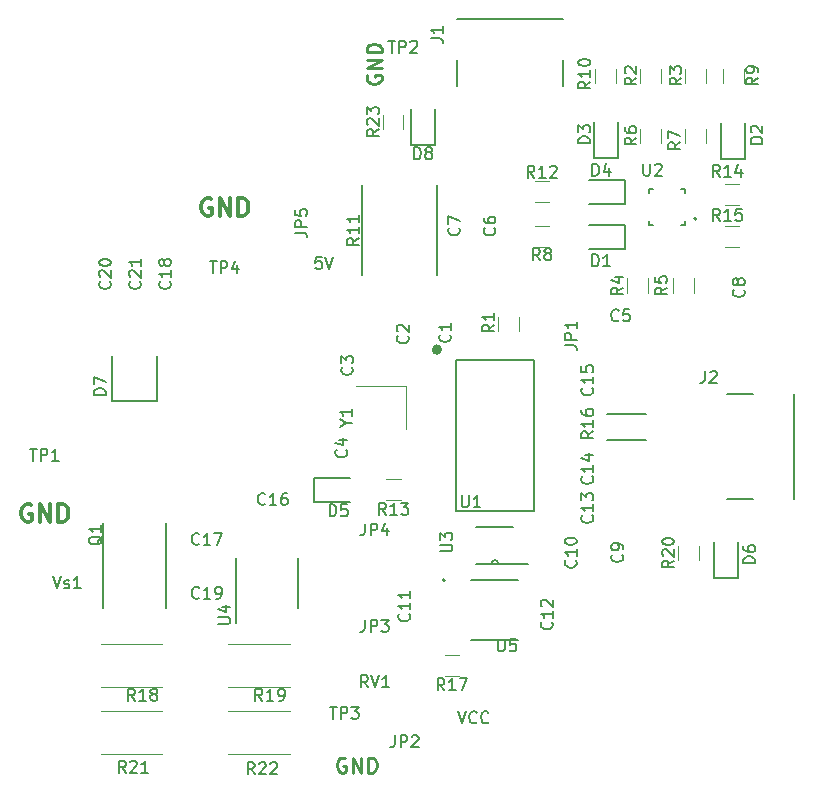
<source format=gbr>
G04 #@! TF.GenerationSoftware,KiCad,Pcbnew,(5.0.0)*
G04 #@! TF.CreationDate,2020-04-23T16:31:10-04:00*
G04 #@! TF.ProjectId,Lighting,4C69676874696E672E6B696361645F70,1*
G04 #@! TF.SameCoordinates,Original*
G04 #@! TF.FileFunction,Legend,Top*
G04 #@! TF.FilePolarity,Positive*
%FSLAX46Y46*%
G04 Gerber Fmt 4.6, Leading zero omitted, Abs format (unit mm)*
G04 Created by KiCad (PCBNEW (5.0.0)) date 04/23/20 16:31:10*
%MOMM*%
%LPD*%
G01*
G04 APERTURE LIST*
%ADD10C,0.254000*%
%ADD11C,0.300000*%
%ADD12C,0.180000*%
%ADD13C,0.150000*%
%ADD14C,0.120000*%
%ADD15C,0.152400*%
%ADD16C,0.127000*%
%ADD17C,0.200000*%
%ADD18C,0.160000*%
G04 APERTURE END LIST*
D10*
X233045000Y-64975619D02*
X232984523Y-65096571D01*
X232984523Y-65278000D01*
X233045000Y-65459428D01*
X233165952Y-65580380D01*
X233286904Y-65640857D01*
X233528809Y-65701333D01*
X233710238Y-65701333D01*
X233952142Y-65640857D01*
X234073095Y-65580380D01*
X234194047Y-65459428D01*
X234254523Y-65278000D01*
X234254523Y-65157047D01*
X234194047Y-64975619D01*
X234133571Y-64915142D01*
X233710238Y-64915142D01*
X233710238Y-65157047D01*
X234254523Y-64370857D02*
X232984523Y-64370857D01*
X234254523Y-63645142D01*
X232984523Y-63645142D01*
X234254523Y-63040380D02*
X232984523Y-63040380D01*
X232984523Y-62738000D01*
X233045000Y-62556571D01*
X233165952Y-62435619D01*
X233286904Y-62375142D01*
X233528809Y-62314666D01*
X233710238Y-62314666D01*
X233952142Y-62375142D01*
X234073095Y-62435619D01*
X234194047Y-62556571D01*
X234254523Y-62738000D01*
X234254523Y-63040380D01*
D11*
X204597142Y-101358000D02*
X204454285Y-101286571D01*
X204240000Y-101286571D01*
X204025714Y-101358000D01*
X203882857Y-101500857D01*
X203811428Y-101643714D01*
X203740000Y-101929428D01*
X203740000Y-102143714D01*
X203811428Y-102429428D01*
X203882857Y-102572285D01*
X204025714Y-102715142D01*
X204240000Y-102786571D01*
X204382857Y-102786571D01*
X204597142Y-102715142D01*
X204668571Y-102643714D01*
X204668571Y-102143714D01*
X204382857Y-102143714D01*
X205311428Y-102786571D02*
X205311428Y-101286571D01*
X206168571Y-102786571D01*
X206168571Y-101286571D01*
X206882857Y-102786571D02*
X206882857Y-101286571D01*
X207240000Y-101286571D01*
X207454285Y-101358000D01*
X207597142Y-101500857D01*
X207668571Y-101643714D01*
X207740000Y-101929428D01*
X207740000Y-102143714D01*
X207668571Y-102429428D01*
X207597142Y-102572285D01*
X207454285Y-102715142D01*
X207240000Y-102786571D01*
X206882857Y-102786571D01*
D10*
X231188380Y-122809000D02*
X231067428Y-122748523D01*
X230886000Y-122748523D01*
X230704571Y-122809000D01*
X230583619Y-122929952D01*
X230523142Y-123050904D01*
X230462666Y-123292809D01*
X230462666Y-123474238D01*
X230523142Y-123716142D01*
X230583619Y-123837095D01*
X230704571Y-123958047D01*
X230886000Y-124018523D01*
X231006952Y-124018523D01*
X231188380Y-123958047D01*
X231248857Y-123897571D01*
X231248857Y-123474238D01*
X231006952Y-123474238D01*
X231793142Y-124018523D02*
X231793142Y-122748523D01*
X232518857Y-124018523D01*
X232518857Y-122748523D01*
X233123619Y-124018523D02*
X233123619Y-122748523D01*
X233426000Y-122748523D01*
X233607428Y-122809000D01*
X233728380Y-122929952D01*
X233788857Y-123050904D01*
X233849333Y-123292809D01*
X233849333Y-123474238D01*
X233788857Y-123716142D01*
X233728380Y-123837095D01*
X233607428Y-123958047D01*
X233426000Y-124018523D01*
X233123619Y-124018523D01*
D11*
X219837142Y-75450000D02*
X219694285Y-75378571D01*
X219480000Y-75378571D01*
X219265714Y-75450000D01*
X219122857Y-75592857D01*
X219051428Y-75735714D01*
X218980000Y-76021428D01*
X218980000Y-76235714D01*
X219051428Y-76521428D01*
X219122857Y-76664285D01*
X219265714Y-76807142D01*
X219480000Y-76878571D01*
X219622857Y-76878571D01*
X219837142Y-76807142D01*
X219908571Y-76735714D01*
X219908571Y-76235714D01*
X219622857Y-76235714D01*
X220551428Y-76878571D02*
X220551428Y-75378571D01*
X221408571Y-76878571D01*
X221408571Y-75378571D01*
X222122857Y-76878571D02*
X222122857Y-75378571D01*
X222480000Y-75378571D01*
X222694285Y-75450000D01*
X222837142Y-75592857D01*
X222908571Y-75735714D01*
X222980000Y-76021428D01*
X222980000Y-76235714D01*
X222908571Y-76521428D01*
X222837142Y-76664285D01*
X222694285Y-76807142D01*
X222480000Y-76878571D01*
X222122857Y-76878571D01*
D12*
X240728666Y-118832380D02*
X241062000Y-119832380D01*
X241395333Y-118832380D01*
X242300095Y-119737142D02*
X242252476Y-119784761D01*
X242109619Y-119832380D01*
X242014380Y-119832380D01*
X241871523Y-119784761D01*
X241776285Y-119689523D01*
X241728666Y-119594285D01*
X241681047Y-119403809D01*
X241681047Y-119260952D01*
X241728666Y-119070476D01*
X241776285Y-118975238D01*
X241871523Y-118880000D01*
X242014380Y-118832380D01*
X242109619Y-118832380D01*
X242252476Y-118880000D01*
X242300095Y-118927619D01*
X243300095Y-119737142D02*
X243252476Y-119784761D01*
X243109619Y-119832380D01*
X243014380Y-119832380D01*
X242871523Y-119784761D01*
X242776285Y-119689523D01*
X242728666Y-119594285D01*
X242681047Y-119403809D01*
X242681047Y-119260952D01*
X242728666Y-119070476D01*
X242776285Y-118975238D01*
X242871523Y-118880000D01*
X243014380Y-118832380D01*
X243109619Y-118832380D01*
X243252476Y-118880000D01*
X243300095Y-118927619D01*
X229171523Y-80351380D02*
X228695333Y-80351380D01*
X228647714Y-80827571D01*
X228695333Y-80779952D01*
X228790571Y-80732333D01*
X229028666Y-80732333D01*
X229123904Y-80779952D01*
X229171523Y-80827571D01*
X229219142Y-80922809D01*
X229219142Y-81160904D01*
X229171523Y-81256142D01*
X229123904Y-81303761D01*
X229028666Y-81351380D01*
X228790571Y-81351380D01*
X228695333Y-81303761D01*
X228647714Y-81256142D01*
X229504857Y-80351380D02*
X229838190Y-81351380D01*
X230171523Y-80351380D01*
D13*
G04 #@! TO.C,D5*
X228566000Y-99060000D02*
X231614000Y-99060000D01*
X228566000Y-101092000D02*
X231614000Y-101092000D01*
X228566000Y-99060000D02*
X228566000Y-101092000D01*
G04 #@! TO.C,D6*
X262436017Y-107574488D02*
X262436017Y-104526488D01*
X264468017Y-107574488D02*
X264468017Y-104526488D01*
X262436017Y-107574488D02*
X264468017Y-107574488D01*
G04 #@! TO.C,D7*
X215265000Y-92583000D02*
X215265000Y-88773000D01*
X211455000Y-92583000D02*
X215265000Y-92583000D01*
X211455000Y-88773000D02*
X211455000Y-92583000D01*
G04 #@! TO.C,D8*
X236742967Y-70886171D02*
X236742967Y-67838171D01*
X238774967Y-70886171D02*
X238774967Y-67838171D01*
X236742967Y-70886171D02*
X238774967Y-70886171D01*
G04 #@! TO.C,Q1*
X216027000Y-102870000D02*
X216027000Y-110109000D01*
X210693000Y-102870000D02*
X210693000Y-110109000D01*
D14*
G04 #@! TO.C,R1*
X244103000Y-86645000D02*
X244103000Y-85445000D01*
X245863000Y-85445000D02*
X245863000Y-86645000D01*
G04 #@! TO.C,R2*
X256154920Y-65605640D02*
X256154920Y-64405640D01*
X257914920Y-64405640D02*
X257914920Y-65605640D01*
G04 #@! TO.C,R3*
X259964920Y-65605640D02*
X259964920Y-64405640D01*
X261724920Y-64405640D02*
X261724920Y-65605640D01*
G04 #@! TO.C,R4*
X255011920Y-83380640D02*
X255011920Y-82180640D01*
X256771920Y-82180640D02*
X256771920Y-83380640D01*
G04 #@! TO.C,R5*
X260722000Y-82180640D02*
X260722000Y-83380640D01*
X258962000Y-83380640D02*
X258962000Y-82180640D01*
G04 #@! TO.C,R6*
X256154920Y-70685640D02*
X256154920Y-69485640D01*
X257914920Y-69485640D02*
X257914920Y-70685640D01*
G04 #@! TO.C,R7*
X261724920Y-69546640D02*
X261724920Y-70746640D01*
X259964920Y-70746640D02*
X259964920Y-69546640D01*
G04 #@! TO.C,R13*
X235865000Y-100956000D02*
X234665000Y-100956000D01*
X234665000Y-99196000D02*
X235865000Y-99196000D01*
G04 #@! TO.C,R17*
X240818000Y-115815000D02*
X239618000Y-115815000D01*
X239618000Y-114055000D02*
X240818000Y-114055000D01*
G04 #@! TO.C,R18*
X215675090Y-116769116D02*
X210475090Y-116769116D01*
X210475090Y-113129116D02*
X215675090Y-113129116D01*
G04 #@! TO.C,R19*
X226490000Y-116755000D02*
X221290000Y-116755000D01*
X221290000Y-113115000D02*
X226490000Y-113115000D01*
G04 #@! TO.C,R20*
X259343000Y-106015488D02*
X259343000Y-104815488D01*
X261103000Y-104815488D02*
X261103000Y-106015488D01*
G04 #@! TO.C,R21*
X215675090Y-122470000D02*
X210475090Y-122470000D01*
X210475090Y-118830000D02*
X215675090Y-118830000D01*
G04 #@! TO.C,R22*
X226490000Y-122470000D02*
X221290000Y-122470000D01*
X221290000Y-118830000D02*
X226490000Y-118830000D01*
G04 #@! TO.C,R23*
X234338967Y-69520171D02*
X234338967Y-68320171D01*
X236098967Y-68320171D02*
X236098967Y-69520171D01*
G04 #@! TO.C,Y1*
X236288000Y-94932000D02*
X236288000Y-91277000D01*
X236288000Y-91277000D02*
X232088000Y-91277000D01*
D15*
G04 #@! TO.C,U4*
X221907100Y-105829100D02*
X221907100Y-111379000D01*
X227164900Y-110070900D02*
X227164900Y-105829100D01*
D16*
G04 #@! TO.C,J2*
X265730000Y-91923000D02*
X263530000Y-91923000D01*
X265730000Y-100863000D02*
X263530000Y-100863000D01*
X269200000Y-100863000D02*
X269200000Y-91923000D01*
G04 #@! TO.C,J1*
X249580000Y-60238000D02*
X240640000Y-60238000D01*
X249580000Y-63708000D02*
X249580000Y-65908000D01*
X240640000Y-63708000D02*
X240640000Y-65908000D01*
G04 #@! TO.C,R11*
X232562400Y-81915000D02*
X232562400Y-74295000D01*
X238912400Y-81915000D02*
X238912400Y-74295000D01*
G04 #@! TO.C,R16*
X253362000Y-95832000D02*
X256622000Y-95832000D01*
X253362000Y-93652000D02*
X256622000Y-93652000D01*
D13*
G04 #@! TO.C,D1*
X254841920Y-79671640D02*
X254841920Y-77639640D01*
X254841920Y-77639640D02*
X251793920Y-77639640D01*
X254841920Y-79671640D02*
X251793920Y-79671640D01*
G04 #@! TO.C,D2*
X263003920Y-72051640D02*
X263003920Y-69003640D01*
X265035920Y-72051640D02*
X265035920Y-69003640D01*
X263003920Y-72051640D02*
X265035920Y-72051640D01*
G04 #@! TO.C,D3*
X252208920Y-72017640D02*
X254240920Y-72017640D01*
X254240920Y-72017640D02*
X254240920Y-68969640D01*
X252208920Y-72017640D02*
X252208920Y-68969640D01*
G04 #@! TO.C,D4*
X254841920Y-75861640D02*
X251793920Y-75861640D01*
X254841920Y-73829640D02*
X251793920Y-73829640D01*
X254841920Y-75861640D02*
X254841920Y-73829640D01*
D14*
G04 #@! TO.C,R8*
X248429920Y-79535640D02*
X247229920Y-79535640D01*
X247229920Y-77775640D02*
X248429920Y-77775640D01*
G04 #@! TO.C,R9*
X264899920Y-64405640D02*
X264899920Y-65605640D01*
X263139920Y-65605640D02*
X263139920Y-64405640D01*
G04 #@! TO.C,R10*
X252344920Y-65605640D02*
X252344920Y-64405640D01*
X254104920Y-64405640D02*
X254104920Y-65605640D01*
G04 #@! TO.C,R12*
X247229920Y-73965640D02*
X248429920Y-73965640D01*
X248429920Y-75725640D02*
X247229920Y-75725640D01*
G04 #@! TO.C,R14*
X263292920Y-74177000D02*
X264492920Y-74177000D01*
X264492920Y-75937000D02*
X263292920Y-75937000D01*
G04 #@! TO.C,R15*
X264492920Y-79535640D02*
X263292920Y-79535640D01*
X263292920Y-77775640D02*
X264492920Y-77775640D01*
D16*
G04 #@! TO.C,U2*
X259931920Y-77315640D02*
X259931920Y-77615640D01*
X259931920Y-77615640D02*
X259631920Y-77615640D01*
X257231920Y-77615640D02*
X256931920Y-77615640D01*
X256931920Y-77615640D02*
X256931920Y-77315640D01*
X256931920Y-74915640D02*
X256931920Y-74615640D01*
X256931920Y-74615640D02*
X257231920Y-74615640D01*
X259631920Y-74615640D02*
X259931920Y-74615640D01*
X259931920Y-74615640D02*
X259931920Y-74915640D01*
D17*
X260931920Y-77115640D02*
G75*
G03X260931920Y-77115640I-100000J0D01*
G01*
D15*
G04 #@! TO.C,U3*
X245389400Y-103225600D02*
X242290600Y-103225600D01*
X242290600Y-106324400D02*
X243535200Y-106324400D01*
X243535200Y-106324400D02*
X244144800Y-106324400D01*
X244144800Y-106324400D02*
X246634000Y-106324400D01*
X243535200Y-106324400D02*
G75*
G02X244144800Y-106324400I304800J0D01*
G01*
D17*
G04 #@! TO.C,U5*
X239625000Y-107721000D02*
G75*
G03X239625000Y-107721000I-100000J0D01*
G01*
D16*
X241840000Y-107706000D02*
X245840000Y-107706000D01*
X241840000Y-112766000D02*
X245840000Y-112766000D01*
G04 #@! TO.C,U1*
X240515000Y-89104000D02*
X247165000Y-89104000D01*
X247165000Y-89104000D02*
X247165000Y-101904000D01*
X247165000Y-101904000D02*
X240515000Y-101904000D01*
X240515000Y-101904000D02*
X240515000Y-89104000D01*
X239300553Y-88196000D02*
G75*
G03X239300553Y-88196000I-360553J0D01*
G01*
X239222841Y-88196000D02*
G75*
G03X239222841Y-88196000I-282841J0D01*
G01*
X239240000Y-88196000D02*
G75*
G03X239240000Y-88196000I-200000J0D01*
G01*
X239163606Y-88196000D02*
G75*
G03X239163606Y-88196000I-223606J0D01*
G01*
X239140000Y-88196000D02*
G75*
G03X239140000Y-88196000I-100000J0D01*
G01*
X239140000Y-88296000D02*
G75*
G03X239140000Y-88296000I-100000J0D01*
G01*
G04 #@! TO.C,C12*
D18*
X248642142Y-111273857D02*
X248689761Y-111321476D01*
X248737380Y-111464333D01*
X248737380Y-111559571D01*
X248689761Y-111702428D01*
X248594523Y-111797666D01*
X248499285Y-111845285D01*
X248308809Y-111892904D01*
X248165952Y-111892904D01*
X247975476Y-111845285D01*
X247880238Y-111797666D01*
X247785000Y-111702428D01*
X247737380Y-111559571D01*
X247737380Y-111464333D01*
X247785000Y-111321476D01*
X247832619Y-111273857D01*
X248737380Y-110321476D02*
X248737380Y-110892904D01*
X248737380Y-110607190D02*
X247737380Y-110607190D01*
X247880238Y-110702428D01*
X247975476Y-110797666D01*
X248023095Y-110892904D01*
X247832619Y-109940523D02*
X247785000Y-109892904D01*
X247737380Y-109797666D01*
X247737380Y-109559571D01*
X247785000Y-109464333D01*
X247832619Y-109416714D01*
X247927857Y-109369095D01*
X248023095Y-109369095D01*
X248165952Y-109416714D01*
X248737380Y-109988142D01*
X248737380Y-109369095D01*
G04 #@! TO.C,D5*
D13*
X229859904Y-102306380D02*
X229859904Y-101306380D01*
X230098000Y-101306380D01*
X230240857Y-101354000D01*
X230336095Y-101449238D01*
X230383714Y-101544476D01*
X230431333Y-101734952D01*
X230431333Y-101877809D01*
X230383714Y-102068285D01*
X230336095Y-102163523D01*
X230240857Y-102258761D01*
X230098000Y-102306380D01*
X229859904Y-102306380D01*
X231336095Y-101306380D02*
X230859904Y-101306380D01*
X230812285Y-101782571D01*
X230859904Y-101734952D01*
X230955142Y-101687333D01*
X231193238Y-101687333D01*
X231288476Y-101734952D01*
X231336095Y-101782571D01*
X231383714Y-101877809D01*
X231383714Y-102115904D01*
X231336095Y-102211142D01*
X231288476Y-102258761D01*
X231193238Y-102306380D01*
X230955142Y-102306380D01*
X230859904Y-102258761D01*
X230812285Y-102211142D01*
G04 #@! TO.C,D6*
X265882380Y-106280583D02*
X264882380Y-106280583D01*
X264882380Y-106042488D01*
X264930000Y-105899630D01*
X265025238Y-105804392D01*
X265120476Y-105756773D01*
X265310952Y-105709154D01*
X265453809Y-105709154D01*
X265644285Y-105756773D01*
X265739523Y-105804392D01*
X265834761Y-105899630D01*
X265882380Y-106042488D01*
X265882380Y-106280583D01*
X264882380Y-104852011D02*
X264882380Y-105042488D01*
X264930000Y-105137726D01*
X264977619Y-105185345D01*
X265120476Y-105280583D01*
X265310952Y-105328202D01*
X265691904Y-105328202D01*
X265787142Y-105280583D01*
X265834761Y-105232964D01*
X265882380Y-105137726D01*
X265882380Y-104947249D01*
X265834761Y-104852011D01*
X265787142Y-104804392D01*
X265691904Y-104756773D01*
X265453809Y-104756773D01*
X265358571Y-104804392D01*
X265310952Y-104852011D01*
X265263333Y-104947249D01*
X265263333Y-105137726D01*
X265310952Y-105232964D01*
X265358571Y-105280583D01*
X265453809Y-105328202D01*
G04 #@! TO.C,D7*
X210891380Y-92051095D02*
X209891380Y-92051095D01*
X209891380Y-91813000D01*
X209939000Y-91670142D01*
X210034238Y-91574904D01*
X210129476Y-91527285D01*
X210319952Y-91479666D01*
X210462809Y-91479666D01*
X210653285Y-91527285D01*
X210748523Y-91574904D01*
X210843761Y-91670142D01*
X210891380Y-91813000D01*
X210891380Y-92051095D01*
X209891380Y-91146333D02*
X209891380Y-90479666D01*
X210891380Y-90908238D01*
G04 #@! TO.C,D8*
X237005904Y-72080380D02*
X237005904Y-71080380D01*
X237244000Y-71080380D01*
X237386857Y-71128000D01*
X237482095Y-71223238D01*
X237529714Y-71318476D01*
X237577333Y-71508952D01*
X237577333Y-71651809D01*
X237529714Y-71842285D01*
X237482095Y-71937523D01*
X237386857Y-72032761D01*
X237244000Y-72080380D01*
X237005904Y-72080380D01*
X238148761Y-71508952D02*
X238053523Y-71461333D01*
X238005904Y-71413714D01*
X237958285Y-71318476D01*
X237958285Y-71270857D01*
X238005904Y-71175619D01*
X238053523Y-71128000D01*
X238148761Y-71080380D01*
X238339238Y-71080380D01*
X238434476Y-71128000D01*
X238482095Y-71175619D01*
X238529714Y-71270857D01*
X238529714Y-71318476D01*
X238482095Y-71413714D01*
X238434476Y-71461333D01*
X238339238Y-71508952D01*
X238148761Y-71508952D01*
X238053523Y-71556571D01*
X238005904Y-71604190D01*
X237958285Y-71699428D01*
X237958285Y-71889904D01*
X238005904Y-71985142D01*
X238053523Y-72032761D01*
X238148761Y-72080380D01*
X238339238Y-72080380D01*
X238434476Y-72032761D01*
X238482095Y-71985142D01*
X238529714Y-71889904D01*
X238529714Y-71699428D01*
X238482095Y-71604190D01*
X238434476Y-71556571D01*
X238339238Y-71508952D01*
G04 #@! TO.C,JP1*
X249769380Y-87828333D02*
X250483666Y-87828333D01*
X250626523Y-87875952D01*
X250721761Y-87971190D01*
X250769380Y-88114047D01*
X250769380Y-88209285D01*
X250769380Y-87352142D02*
X249769380Y-87352142D01*
X249769380Y-86971190D01*
X249817000Y-86875952D01*
X249864619Y-86828333D01*
X249959857Y-86780714D01*
X250102714Y-86780714D01*
X250197952Y-86828333D01*
X250245571Y-86875952D01*
X250293190Y-86971190D01*
X250293190Y-87352142D01*
X250769380Y-85828333D02*
X250769380Y-86399761D01*
X250769380Y-86114047D02*
X249769380Y-86114047D01*
X249912238Y-86209285D01*
X250007476Y-86304523D01*
X250055095Y-86399761D01*
G04 #@! TO.C,JP2*
X235386666Y-120864380D02*
X235386666Y-121578666D01*
X235339047Y-121721523D01*
X235243809Y-121816761D01*
X235100952Y-121864380D01*
X235005714Y-121864380D01*
X235862857Y-121864380D02*
X235862857Y-120864380D01*
X236243809Y-120864380D01*
X236339047Y-120912000D01*
X236386666Y-120959619D01*
X236434285Y-121054857D01*
X236434285Y-121197714D01*
X236386666Y-121292952D01*
X236339047Y-121340571D01*
X236243809Y-121388190D01*
X235862857Y-121388190D01*
X236815238Y-120959619D02*
X236862857Y-120912000D01*
X236958095Y-120864380D01*
X237196190Y-120864380D01*
X237291428Y-120912000D01*
X237339047Y-120959619D01*
X237386666Y-121054857D01*
X237386666Y-121150095D01*
X237339047Y-121292952D01*
X236767619Y-121864380D01*
X237386666Y-121864380D01*
G04 #@! TO.C,JP3*
X232846666Y-111085380D02*
X232846666Y-111799666D01*
X232799047Y-111942523D01*
X232703809Y-112037761D01*
X232560952Y-112085380D01*
X232465714Y-112085380D01*
X233322857Y-112085380D02*
X233322857Y-111085380D01*
X233703809Y-111085380D01*
X233799047Y-111133000D01*
X233846666Y-111180619D01*
X233894285Y-111275857D01*
X233894285Y-111418714D01*
X233846666Y-111513952D01*
X233799047Y-111561571D01*
X233703809Y-111609190D01*
X233322857Y-111609190D01*
X234227619Y-111085380D02*
X234846666Y-111085380D01*
X234513333Y-111466333D01*
X234656190Y-111466333D01*
X234751428Y-111513952D01*
X234799047Y-111561571D01*
X234846666Y-111656809D01*
X234846666Y-111894904D01*
X234799047Y-111990142D01*
X234751428Y-112037761D01*
X234656190Y-112085380D01*
X234370476Y-112085380D01*
X234275238Y-112037761D01*
X234227619Y-111990142D01*
G04 #@! TO.C,JP4*
X232846666Y-102931980D02*
X232846666Y-103646266D01*
X232799047Y-103789123D01*
X232703809Y-103884361D01*
X232560952Y-103931980D01*
X232465714Y-103931980D01*
X233322857Y-103931980D02*
X233322857Y-102931980D01*
X233703809Y-102931980D01*
X233799047Y-102979600D01*
X233846666Y-103027219D01*
X233894285Y-103122457D01*
X233894285Y-103265314D01*
X233846666Y-103360552D01*
X233799047Y-103408171D01*
X233703809Y-103455790D01*
X233322857Y-103455790D01*
X234751428Y-103265314D02*
X234751428Y-103931980D01*
X234513333Y-102884361D02*
X234275238Y-103598647D01*
X234894285Y-103598647D01*
G04 #@! TO.C,JP5*
X226934780Y-78303333D02*
X227649066Y-78303333D01*
X227791923Y-78350952D01*
X227887161Y-78446190D01*
X227934780Y-78589047D01*
X227934780Y-78684285D01*
X227934780Y-77827142D02*
X226934780Y-77827142D01*
X226934780Y-77446190D01*
X226982400Y-77350952D01*
X227030019Y-77303333D01*
X227125257Y-77255714D01*
X227268114Y-77255714D01*
X227363352Y-77303333D01*
X227410971Y-77350952D01*
X227458590Y-77446190D01*
X227458590Y-77827142D01*
X226934780Y-76350952D02*
X226934780Y-76827142D01*
X227410971Y-76874761D01*
X227363352Y-76827142D01*
X227315733Y-76731904D01*
X227315733Y-76493809D01*
X227363352Y-76398571D01*
X227410971Y-76350952D01*
X227506209Y-76303333D01*
X227744304Y-76303333D01*
X227839542Y-76350952D01*
X227887161Y-76398571D01*
X227934780Y-76493809D01*
X227934780Y-76731904D01*
X227887161Y-76827142D01*
X227839542Y-76874761D01*
G04 #@! TO.C,Q1*
X210605619Y-103981238D02*
X210558000Y-104076476D01*
X210462761Y-104171714D01*
X210319904Y-104314571D01*
X210272285Y-104409809D01*
X210272285Y-104505047D01*
X210510380Y-104457428D02*
X210462761Y-104552666D01*
X210367523Y-104647904D01*
X210177047Y-104695523D01*
X209843714Y-104695523D01*
X209653238Y-104647904D01*
X209558000Y-104552666D01*
X209510380Y-104457428D01*
X209510380Y-104266952D01*
X209558000Y-104171714D01*
X209653238Y-104076476D01*
X209843714Y-104028857D01*
X210177047Y-104028857D01*
X210367523Y-104076476D01*
X210462761Y-104171714D01*
X210510380Y-104266952D01*
X210510380Y-104457428D01*
X210510380Y-103076476D02*
X210510380Y-103647904D01*
X210510380Y-103362190D02*
X209510380Y-103362190D01*
X209653238Y-103457428D01*
X209748476Y-103552666D01*
X209796095Y-103647904D01*
G04 #@! TO.C,R1*
X243784380Y-86084666D02*
X243308190Y-86418000D01*
X243784380Y-86656095D02*
X242784380Y-86656095D01*
X242784380Y-86275142D01*
X242832000Y-86179904D01*
X242879619Y-86132285D01*
X242974857Y-86084666D01*
X243117714Y-86084666D01*
X243212952Y-86132285D01*
X243260571Y-86179904D01*
X243308190Y-86275142D01*
X243308190Y-86656095D01*
X243784380Y-85132285D02*
X243784380Y-85703714D01*
X243784380Y-85418000D02*
X242784380Y-85418000D01*
X242927238Y-85513238D01*
X243022476Y-85608476D01*
X243070095Y-85703714D01*
G04 #@! TO.C,R2*
X255828300Y-65172306D02*
X255352110Y-65505640D01*
X255828300Y-65743735D02*
X254828300Y-65743735D01*
X254828300Y-65362782D01*
X254875920Y-65267544D01*
X254923539Y-65219925D01*
X255018777Y-65172306D01*
X255161634Y-65172306D01*
X255256872Y-65219925D01*
X255304491Y-65267544D01*
X255352110Y-65362782D01*
X255352110Y-65743735D01*
X254923539Y-64791354D02*
X254875920Y-64743735D01*
X254828300Y-64648497D01*
X254828300Y-64410401D01*
X254875920Y-64315163D01*
X254923539Y-64267544D01*
X255018777Y-64219925D01*
X255114015Y-64219925D01*
X255256872Y-64267544D01*
X255828300Y-64838973D01*
X255828300Y-64219925D01*
G04 #@! TO.C,R3*
X259638300Y-65172306D02*
X259162110Y-65505640D01*
X259638300Y-65743735D02*
X258638300Y-65743735D01*
X258638300Y-65362782D01*
X258685920Y-65267544D01*
X258733539Y-65219925D01*
X258828777Y-65172306D01*
X258971634Y-65172306D01*
X259066872Y-65219925D01*
X259114491Y-65267544D01*
X259162110Y-65362782D01*
X259162110Y-65743735D01*
X258638300Y-64838973D02*
X258638300Y-64219925D01*
X259019253Y-64553259D01*
X259019253Y-64410401D01*
X259066872Y-64315163D01*
X259114491Y-64267544D01*
X259209729Y-64219925D01*
X259447824Y-64219925D01*
X259543062Y-64267544D01*
X259590681Y-64315163D01*
X259638300Y-64410401D01*
X259638300Y-64696116D01*
X259590681Y-64791354D01*
X259543062Y-64838973D01*
G04 #@! TO.C,R4*
X254685300Y-82947306D02*
X254209110Y-83280640D01*
X254685300Y-83518735D02*
X253685300Y-83518735D01*
X253685300Y-83137782D01*
X253732920Y-83042544D01*
X253780539Y-82994925D01*
X253875777Y-82947306D01*
X254018634Y-82947306D01*
X254113872Y-82994925D01*
X254161491Y-83042544D01*
X254209110Y-83137782D01*
X254209110Y-83518735D01*
X254018634Y-82090163D02*
X254685300Y-82090163D01*
X253637681Y-82328259D02*
X254351967Y-82566354D01*
X254351967Y-81947306D01*
G04 #@! TO.C,R5*
X258402460Y-82947306D02*
X257926270Y-83280640D01*
X258402460Y-83518735D02*
X257402460Y-83518735D01*
X257402460Y-83137782D01*
X257450080Y-83042544D01*
X257497699Y-82994925D01*
X257592937Y-82947306D01*
X257735794Y-82947306D01*
X257831032Y-82994925D01*
X257878651Y-83042544D01*
X257926270Y-83137782D01*
X257926270Y-83518735D01*
X257402460Y-82042544D02*
X257402460Y-82518735D01*
X257878651Y-82566354D01*
X257831032Y-82518735D01*
X257783413Y-82423497D01*
X257783413Y-82185401D01*
X257831032Y-82090163D01*
X257878651Y-82042544D01*
X257973889Y-81994925D01*
X258211984Y-81994925D01*
X258307222Y-82042544D01*
X258354841Y-82090163D01*
X258402460Y-82185401D01*
X258402460Y-82423497D01*
X258354841Y-82518735D01*
X258307222Y-82566354D01*
G04 #@! TO.C,R6*
X255828300Y-70252306D02*
X255352110Y-70585640D01*
X255828300Y-70823735D02*
X254828300Y-70823735D01*
X254828300Y-70442782D01*
X254875920Y-70347544D01*
X254923539Y-70299925D01*
X255018777Y-70252306D01*
X255161634Y-70252306D01*
X255256872Y-70299925D01*
X255304491Y-70347544D01*
X255352110Y-70442782D01*
X255352110Y-70823735D01*
X254828300Y-69395163D02*
X254828300Y-69585640D01*
X254875920Y-69680878D01*
X254923539Y-69728497D01*
X255066396Y-69823735D01*
X255256872Y-69871354D01*
X255637824Y-69871354D01*
X255733062Y-69823735D01*
X255780681Y-69776116D01*
X255828300Y-69680878D01*
X255828300Y-69490401D01*
X255780681Y-69395163D01*
X255733062Y-69347544D01*
X255637824Y-69299925D01*
X255399729Y-69299925D01*
X255304491Y-69347544D01*
X255256872Y-69395163D01*
X255209253Y-69490401D01*
X255209253Y-69680878D01*
X255256872Y-69776116D01*
X255304491Y-69823735D01*
X255399729Y-69871354D01*
G04 #@! TO.C,R7*
X259532380Y-70651666D02*
X259056190Y-70985000D01*
X259532380Y-71223095D02*
X258532380Y-71223095D01*
X258532380Y-70842142D01*
X258580000Y-70746904D01*
X258627619Y-70699285D01*
X258722857Y-70651666D01*
X258865714Y-70651666D01*
X258960952Y-70699285D01*
X259008571Y-70746904D01*
X259056190Y-70842142D01*
X259056190Y-71223095D01*
X258532380Y-70318333D02*
X258532380Y-69651666D01*
X259532380Y-70080238D01*
G04 #@! TO.C,R13*
X234622142Y-102187380D02*
X234288809Y-101711190D01*
X234050714Y-102187380D02*
X234050714Y-101187380D01*
X234431666Y-101187380D01*
X234526904Y-101235000D01*
X234574523Y-101282619D01*
X234622142Y-101377857D01*
X234622142Y-101520714D01*
X234574523Y-101615952D01*
X234526904Y-101663571D01*
X234431666Y-101711190D01*
X234050714Y-101711190D01*
X235574523Y-102187380D02*
X235003095Y-102187380D01*
X235288809Y-102187380D02*
X235288809Y-101187380D01*
X235193571Y-101330238D01*
X235098333Y-101425476D01*
X235003095Y-101473095D01*
X235907857Y-101187380D02*
X236526904Y-101187380D01*
X236193571Y-101568333D01*
X236336428Y-101568333D01*
X236431666Y-101615952D01*
X236479285Y-101663571D01*
X236526904Y-101758809D01*
X236526904Y-101996904D01*
X236479285Y-102092142D01*
X236431666Y-102139761D01*
X236336428Y-102187380D01*
X236050714Y-102187380D01*
X235955476Y-102139761D01*
X235907857Y-102092142D01*
G04 #@! TO.C,R17*
X239575142Y-117046380D02*
X239241809Y-116570190D01*
X239003714Y-117046380D02*
X239003714Y-116046380D01*
X239384666Y-116046380D01*
X239479904Y-116094000D01*
X239527523Y-116141619D01*
X239575142Y-116236857D01*
X239575142Y-116379714D01*
X239527523Y-116474952D01*
X239479904Y-116522571D01*
X239384666Y-116570190D01*
X239003714Y-116570190D01*
X240527523Y-117046380D02*
X239956095Y-117046380D01*
X240241809Y-117046380D02*
X240241809Y-116046380D01*
X240146571Y-116189238D01*
X240051333Y-116284476D01*
X239956095Y-116332095D01*
X240860857Y-116046380D02*
X241527523Y-116046380D01*
X241098952Y-117046380D01*
G04 #@! TO.C,R18*
X213352142Y-117927380D02*
X213018809Y-117451190D01*
X212780714Y-117927380D02*
X212780714Y-116927380D01*
X213161666Y-116927380D01*
X213256904Y-116975000D01*
X213304523Y-117022619D01*
X213352142Y-117117857D01*
X213352142Y-117260714D01*
X213304523Y-117355952D01*
X213256904Y-117403571D01*
X213161666Y-117451190D01*
X212780714Y-117451190D01*
X214304523Y-117927380D02*
X213733095Y-117927380D01*
X214018809Y-117927380D02*
X214018809Y-116927380D01*
X213923571Y-117070238D01*
X213828333Y-117165476D01*
X213733095Y-117213095D01*
X214875952Y-117355952D02*
X214780714Y-117308333D01*
X214733095Y-117260714D01*
X214685476Y-117165476D01*
X214685476Y-117117857D01*
X214733095Y-117022619D01*
X214780714Y-116975000D01*
X214875952Y-116927380D01*
X215066428Y-116927380D01*
X215161666Y-116975000D01*
X215209285Y-117022619D01*
X215256904Y-117117857D01*
X215256904Y-117165476D01*
X215209285Y-117260714D01*
X215161666Y-117308333D01*
X215066428Y-117355952D01*
X214875952Y-117355952D01*
X214780714Y-117403571D01*
X214733095Y-117451190D01*
X214685476Y-117546428D01*
X214685476Y-117736904D01*
X214733095Y-117832142D01*
X214780714Y-117879761D01*
X214875952Y-117927380D01*
X215066428Y-117927380D01*
X215161666Y-117879761D01*
X215209285Y-117832142D01*
X215256904Y-117736904D01*
X215256904Y-117546428D01*
X215209285Y-117451190D01*
X215161666Y-117403571D01*
X215066428Y-117355952D01*
G04 #@! TO.C,R19*
X224147142Y-117927380D02*
X223813809Y-117451190D01*
X223575714Y-117927380D02*
X223575714Y-116927380D01*
X223956666Y-116927380D01*
X224051904Y-116975000D01*
X224099523Y-117022619D01*
X224147142Y-117117857D01*
X224147142Y-117260714D01*
X224099523Y-117355952D01*
X224051904Y-117403571D01*
X223956666Y-117451190D01*
X223575714Y-117451190D01*
X225099523Y-117927380D02*
X224528095Y-117927380D01*
X224813809Y-117927380D02*
X224813809Y-116927380D01*
X224718571Y-117070238D01*
X224623333Y-117165476D01*
X224528095Y-117213095D01*
X225575714Y-117927380D02*
X225766190Y-117927380D01*
X225861428Y-117879761D01*
X225909047Y-117832142D01*
X226004285Y-117689285D01*
X226051904Y-117498809D01*
X226051904Y-117117857D01*
X226004285Y-117022619D01*
X225956666Y-116975000D01*
X225861428Y-116927380D01*
X225670952Y-116927380D01*
X225575714Y-116975000D01*
X225528095Y-117022619D01*
X225480476Y-117117857D01*
X225480476Y-117355952D01*
X225528095Y-117451190D01*
X225575714Y-117498809D01*
X225670952Y-117546428D01*
X225861428Y-117546428D01*
X225956666Y-117498809D01*
X226004285Y-117451190D01*
X226051904Y-117355952D01*
G04 #@! TO.C,R20*
X259016380Y-106058345D02*
X258540190Y-106391678D01*
X259016380Y-106629773D02*
X258016380Y-106629773D01*
X258016380Y-106248821D01*
X258064000Y-106153583D01*
X258111619Y-106105964D01*
X258206857Y-106058345D01*
X258349714Y-106058345D01*
X258444952Y-106105964D01*
X258492571Y-106153583D01*
X258540190Y-106248821D01*
X258540190Y-106629773D01*
X258111619Y-105677392D02*
X258064000Y-105629773D01*
X258016380Y-105534535D01*
X258016380Y-105296440D01*
X258064000Y-105201202D01*
X258111619Y-105153583D01*
X258206857Y-105105964D01*
X258302095Y-105105964D01*
X258444952Y-105153583D01*
X259016380Y-105725011D01*
X259016380Y-105105964D01*
X258016380Y-104486916D02*
X258016380Y-104391678D01*
X258064000Y-104296440D01*
X258111619Y-104248821D01*
X258206857Y-104201202D01*
X258397333Y-104153583D01*
X258635428Y-104153583D01*
X258825904Y-104201202D01*
X258921142Y-104248821D01*
X258968761Y-104296440D01*
X259016380Y-104391678D01*
X259016380Y-104486916D01*
X258968761Y-104582154D01*
X258921142Y-104629773D01*
X258825904Y-104677392D01*
X258635428Y-104725011D01*
X258397333Y-104725011D01*
X258206857Y-104677392D01*
X258111619Y-104629773D01*
X258064000Y-104582154D01*
X258016380Y-104486916D01*
G04 #@! TO.C,R21*
X212590142Y-124023380D02*
X212256809Y-123547190D01*
X212018714Y-124023380D02*
X212018714Y-123023380D01*
X212399666Y-123023380D01*
X212494904Y-123071000D01*
X212542523Y-123118619D01*
X212590142Y-123213857D01*
X212590142Y-123356714D01*
X212542523Y-123451952D01*
X212494904Y-123499571D01*
X212399666Y-123547190D01*
X212018714Y-123547190D01*
X212971095Y-123118619D02*
X213018714Y-123071000D01*
X213113952Y-123023380D01*
X213352047Y-123023380D01*
X213447285Y-123071000D01*
X213494904Y-123118619D01*
X213542523Y-123213857D01*
X213542523Y-123309095D01*
X213494904Y-123451952D01*
X212923476Y-124023380D01*
X213542523Y-124023380D01*
X214494904Y-124023380D02*
X213923476Y-124023380D01*
X214209190Y-124023380D02*
X214209190Y-123023380D01*
X214113952Y-123166238D01*
X214018714Y-123261476D01*
X213923476Y-123309095D01*
G04 #@! TO.C,R22*
X223501142Y-124150380D02*
X223167809Y-123674190D01*
X222929714Y-124150380D02*
X222929714Y-123150380D01*
X223310666Y-123150380D01*
X223405904Y-123198000D01*
X223453523Y-123245619D01*
X223501142Y-123340857D01*
X223501142Y-123483714D01*
X223453523Y-123578952D01*
X223405904Y-123626571D01*
X223310666Y-123674190D01*
X222929714Y-123674190D01*
X223882095Y-123245619D02*
X223929714Y-123198000D01*
X224024952Y-123150380D01*
X224263047Y-123150380D01*
X224358285Y-123198000D01*
X224405904Y-123245619D01*
X224453523Y-123340857D01*
X224453523Y-123436095D01*
X224405904Y-123578952D01*
X223834476Y-124150380D01*
X224453523Y-124150380D01*
X224834476Y-123245619D02*
X224882095Y-123198000D01*
X224977333Y-123150380D01*
X225215428Y-123150380D01*
X225310666Y-123198000D01*
X225358285Y-123245619D01*
X225405904Y-123340857D01*
X225405904Y-123436095D01*
X225358285Y-123578952D01*
X224786857Y-124150380D01*
X225405904Y-124150380D01*
G04 #@! TO.C,R23*
X234012347Y-69563028D02*
X233536157Y-69896361D01*
X234012347Y-70134456D02*
X233012347Y-70134456D01*
X233012347Y-69753504D01*
X233059967Y-69658266D01*
X233107586Y-69610647D01*
X233202824Y-69563028D01*
X233345681Y-69563028D01*
X233440919Y-69610647D01*
X233488538Y-69658266D01*
X233536157Y-69753504D01*
X233536157Y-70134456D01*
X233107586Y-69182075D02*
X233059967Y-69134456D01*
X233012347Y-69039218D01*
X233012347Y-68801123D01*
X233059967Y-68705885D01*
X233107586Y-68658266D01*
X233202824Y-68610647D01*
X233298062Y-68610647D01*
X233440919Y-68658266D01*
X234012347Y-69229694D01*
X234012347Y-68610647D01*
X233012347Y-68277313D02*
X233012347Y-67658266D01*
X233393300Y-67991599D01*
X233393300Y-67848742D01*
X233440919Y-67753504D01*
X233488538Y-67705885D01*
X233583776Y-67658266D01*
X233821871Y-67658266D01*
X233917109Y-67705885D01*
X233964728Y-67753504D01*
X234012347Y-67848742D01*
X234012347Y-68134456D01*
X233964728Y-68229694D01*
X233917109Y-68277313D01*
G04 #@! TO.C,RV1*
X233084761Y-116792380D02*
X232751428Y-116316190D01*
X232513333Y-116792380D02*
X232513333Y-115792380D01*
X232894285Y-115792380D01*
X232989523Y-115840000D01*
X233037142Y-115887619D01*
X233084761Y-115982857D01*
X233084761Y-116125714D01*
X233037142Y-116220952D01*
X232989523Y-116268571D01*
X232894285Y-116316190D01*
X232513333Y-116316190D01*
X233370476Y-115792380D02*
X233703809Y-116792380D01*
X234037142Y-115792380D01*
X234894285Y-116792380D02*
X234322857Y-116792380D01*
X234608571Y-116792380D02*
X234608571Y-115792380D01*
X234513333Y-115935238D01*
X234418095Y-116030476D01*
X234322857Y-116078095D01*
G04 #@! TO.C,TP1*
X204478095Y-96607380D02*
X205049523Y-96607380D01*
X204763809Y-97607380D02*
X204763809Y-96607380D01*
X205382857Y-97607380D02*
X205382857Y-96607380D01*
X205763809Y-96607380D01*
X205859047Y-96655000D01*
X205906666Y-96702619D01*
X205954285Y-96797857D01*
X205954285Y-96940714D01*
X205906666Y-97035952D01*
X205859047Y-97083571D01*
X205763809Y-97131190D01*
X205382857Y-97131190D01*
X206906666Y-97607380D02*
X206335238Y-97607380D01*
X206620952Y-97607380D02*
X206620952Y-96607380D01*
X206525714Y-96750238D01*
X206430476Y-96845476D01*
X206335238Y-96893095D01*
G04 #@! TO.C,TP2*
X234831095Y-62063380D02*
X235402523Y-62063380D01*
X235116809Y-63063380D02*
X235116809Y-62063380D01*
X235735857Y-63063380D02*
X235735857Y-62063380D01*
X236116809Y-62063380D01*
X236212047Y-62111000D01*
X236259666Y-62158619D01*
X236307285Y-62253857D01*
X236307285Y-62396714D01*
X236259666Y-62491952D01*
X236212047Y-62539571D01*
X236116809Y-62587190D01*
X235735857Y-62587190D01*
X236688238Y-62158619D02*
X236735857Y-62111000D01*
X236831095Y-62063380D01*
X237069190Y-62063380D01*
X237164428Y-62111000D01*
X237212047Y-62158619D01*
X237259666Y-62253857D01*
X237259666Y-62349095D01*
X237212047Y-62491952D01*
X236640619Y-63063380D01*
X237259666Y-63063380D01*
G04 #@! TO.C,TP3*
X229878095Y-118451380D02*
X230449523Y-118451380D01*
X230163809Y-119451380D02*
X230163809Y-118451380D01*
X230782857Y-119451380D02*
X230782857Y-118451380D01*
X231163809Y-118451380D01*
X231259047Y-118499000D01*
X231306666Y-118546619D01*
X231354285Y-118641857D01*
X231354285Y-118784714D01*
X231306666Y-118879952D01*
X231259047Y-118927571D01*
X231163809Y-118975190D01*
X230782857Y-118975190D01*
X231687619Y-118451380D02*
X232306666Y-118451380D01*
X231973333Y-118832333D01*
X232116190Y-118832333D01*
X232211428Y-118879952D01*
X232259047Y-118927571D01*
X232306666Y-119022809D01*
X232306666Y-119260904D01*
X232259047Y-119356142D01*
X232211428Y-119403761D01*
X232116190Y-119451380D01*
X231830476Y-119451380D01*
X231735238Y-119403761D01*
X231687619Y-119356142D01*
G04 #@! TO.C,TP4*
X219718095Y-80732380D02*
X220289523Y-80732380D01*
X220003809Y-81732380D02*
X220003809Y-80732380D01*
X220622857Y-81732380D02*
X220622857Y-80732380D01*
X221003809Y-80732380D01*
X221099047Y-80780000D01*
X221146666Y-80827619D01*
X221194285Y-80922857D01*
X221194285Y-81065714D01*
X221146666Y-81160952D01*
X221099047Y-81208571D01*
X221003809Y-81256190D01*
X220622857Y-81256190D01*
X222051428Y-81065714D02*
X222051428Y-81732380D01*
X221813333Y-80684761D02*
X221575238Y-81399047D01*
X222194285Y-81399047D01*
G04 #@! TO.C,Y1*
X231243190Y-94420190D02*
X231719380Y-94420190D01*
X230719380Y-94753523D02*
X231243190Y-94420190D01*
X230719380Y-94086857D01*
X231719380Y-93229714D02*
X231719380Y-93801142D01*
X231719380Y-93515428D02*
X230719380Y-93515428D01*
X230862238Y-93610666D01*
X230957476Y-93705904D01*
X231005095Y-93801142D01*
G04 #@! TO.C,Vs1*
X206430714Y-107402380D02*
X206764047Y-108402380D01*
X207097380Y-107402380D01*
X207383095Y-108354761D02*
X207478333Y-108402380D01*
X207668809Y-108402380D01*
X207764047Y-108354761D01*
X207811666Y-108259523D01*
X207811666Y-108211904D01*
X207764047Y-108116666D01*
X207668809Y-108069047D01*
X207525952Y-108069047D01*
X207430714Y-108021428D01*
X207383095Y-107926190D01*
X207383095Y-107878571D01*
X207430714Y-107783333D01*
X207525952Y-107735714D01*
X207668809Y-107735714D01*
X207764047Y-107783333D01*
X208764047Y-108402380D02*
X208192619Y-108402380D01*
X208478333Y-108402380D02*
X208478333Y-107402380D01*
X208383095Y-107545238D01*
X208287857Y-107640476D01*
X208192619Y-107688095D01*
G04 #@! TO.C,U4*
X220432380Y-111433252D02*
X221241904Y-111433252D01*
X221337142Y-111385633D01*
X221384761Y-111338014D01*
X221432380Y-111242776D01*
X221432380Y-111052300D01*
X221384761Y-110957062D01*
X221337142Y-110909443D01*
X221241904Y-110861824D01*
X220432380Y-110861824D01*
X220765714Y-109957062D02*
X221432380Y-109957062D01*
X220384761Y-110195157D02*
X221099047Y-110433252D01*
X221099047Y-109814205D01*
G04 #@! TO.C,C16*
D17*
X224401142Y-101258642D02*
X224353523Y-101306261D01*
X224210666Y-101353880D01*
X224115428Y-101353880D01*
X223972571Y-101306261D01*
X223877333Y-101211023D01*
X223829714Y-101115785D01*
X223782095Y-100925309D01*
X223782095Y-100782452D01*
X223829714Y-100591976D01*
X223877333Y-100496738D01*
X223972571Y-100401500D01*
X224115428Y-100353880D01*
X224210666Y-100353880D01*
X224353523Y-100401500D01*
X224401142Y-100449119D01*
X225353523Y-101353880D02*
X224782095Y-101353880D01*
X225067809Y-101353880D02*
X225067809Y-100353880D01*
X224972571Y-100496738D01*
X224877333Y-100591976D01*
X224782095Y-100639595D01*
X226210666Y-100353880D02*
X226020190Y-100353880D01*
X225924952Y-100401500D01*
X225877333Y-100449119D01*
X225782095Y-100591976D01*
X225734476Y-100782452D01*
X225734476Y-101163404D01*
X225782095Y-101258642D01*
X225829714Y-101306261D01*
X225924952Y-101353880D01*
X226115428Y-101353880D01*
X226210666Y-101306261D01*
X226258285Y-101258642D01*
X226305904Y-101163404D01*
X226305904Y-100925309D01*
X226258285Y-100830071D01*
X226210666Y-100782452D01*
X226115428Y-100734833D01*
X225924952Y-100734833D01*
X225829714Y-100782452D01*
X225782095Y-100830071D01*
X225734476Y-100925309D01*
G04 #@! TO.C,C17*
X218813142Y-104649542D02*
X218765523Y-104697161D01*
X218622666Y-104744780D01*
X218527428Y-104744780D01*
X218384571Y-104697161D01*
X218289333Y-104601923D01*
X218241714Y-104506685D01*
X218194095Y-104316209D01*
X218194095Y-104173352D01*
X218241714Y-103982876D01*
X218289333Y-103887638D01*
X218384571Y-103792400D01*
X218527428Y-103744780D01*
X218622666Y-103744780D01*
X218765523Y-103792400D01*
X218813142Y-103840019D01*
X219765523Y-104744780D02*
X219194095Y-104744780D01*
X219479809Y-104744780D02*
X219479809Y-103744780D01*
X219384571Y-103887638D01*
X219289333Y-103982876D01*
X219194095Y-104030495D01*
X220098857Y-103744780D02*
X220765523Y-103744780D01*
X220336952Y-104744780D01*
G04 #@! TO.C,C19*
X218813142Y-109196142D02*
X218765523Y-109243761D01*
X218622666Y-109291380D01*
X218527428Y-109291380D01*
X218384571Y-109243761D01*
X218289333Y-109148523D01*
X218241714Y-109053285D01*
X218194095Y-108862809D01*
X218194095Y-108719952D01*
X218241714Y-108529476D01*
X218289333Y-108434238D01*
X218384571Y-108339000D01*
X218527428Y-108291380D01*
X218622666Y-108291380D01*
X218765523Y-108339000D01*
X218813142Y-108386619D01*
X219765523Y-109291380D02*
X219194095Y-109291380D01*
X219479809Y-109291380D02*
X219479809Y-108291380D01*
X219384571Y-108434238D01*
X219289333Y-108529476D01*
X219194095Y-108577095D01*
X220241714Y-109291380D02*
X220432190Y-109291380D01*
X220527428Y-109243761D01*
X220575047Y-109196142D01*
X220670285Y-109053285D01*
X220717904Y-108862809D01*
X220717904Y-108481857D01*
X220670285Y-108386619D01*
X220622666Y-108339000D01*
X220527428Y-108291380D01*
X220336952Y-108291380D01*
X220241714Y-108339000D01*
X220194095Y-108386619D01*
X220146476Y-108481857D01*
X220146476Y-108719952D01*
X220194095Y-108815190D01*
X220241714Y-108862809D01*
X220336952Y-108910428D01*
X220527428Y-108910428D01*
X220622666Y-108862809D01*
X220670285Y-108815190D01*
X220717904Y-108719952D01*
G04 #@! TO.C,C13*
X252071142Y-102242857D02*
X252118761Y-102290476D01*
X252166380Y-102433333D01*
X252166380Y-102528571D01*
X252118761Y-102671428D01*
X252023523Y-102766666D01*
X251928285Y-102814285D01*
X251737809Y-102861904D01*
X251594952Y-102861904D01*
X251404476Y-102814285D01*
X251309238Y-102766666D01*
X251214000Y-102671428D01*
X251166380Y-102528571D01*
X251166380Y-102433333D01*
X251214000Y-102290476D01*
X251261619Y-102242857D01*
X252166380Y-101290476D02*
X252166380Y-101861904D01*
X252166380Y-101576190D02*
X251166380Y-101576190D01*
X251309238Y-101671428D01*
X251404476Y-101766666D01*
X251452095Y-101861904D01*
X251166380Y-100957142D02*
X251166380Y-100338095D01*
X251547333Y-100671428D01*
X251547333Y-100528571D01*
X251594952Y-100433333D01*
X251642571Y-100385714D01*
X251737809Y-100338095D01*
X251975904Y-100338095D01*
X252071142Y-100385714D01*
X252118761Y-100433333D01*
X252166380Y-100528571D01*
X252166380Y-100814285D01*
X252118761Y-100909523D01*
X252071142Y-100957142D01*
G04 #@! TO.C,C14*
X252071142Y-98940857D02*
X252118761Y-98988476D01*
X252166380Y-99131333D01*
X252166380Y-99226571D01*
X252118761Y-99369428D01*
X252023523Y-99464666D01*
X251928285Y-99512285D01*
X251737809Y-99559904D01*
X251594952Y-99559904D01*
X251404476Y-99512285D01*
X251309238Y-99464666D01*
X251214000Y-99369428D01*
X251166380Y-99226571D01*
X251166380Y-99131333D01*
X251214000Y-98988476D01*
X251261619Y-98940857D01*
X252166380Y-97988476D02*
X252166380Y-98559904D01*
X252166380Y-98274190D02*
X251166380Y-98274190D01*
X251309238Y-98369428D01*
X251404476Y-98464666D01*
X251452095Y-98559904D01*
X251499714Y-97131333D02*
X252166380Y-97131333D01*
X251118761Y-97369428D02*
X251833047Y-97607523D01*
X251833047Y-96988476D01*
G04 #@! TO.C,C15*
X252071142Y-91447857D02*
X252118761Y-91495476D01*
X252166380Y-91638333D01*
X252166380Y-91733571D01*
X252118761Y-91876428D01*
X252023523Y-91971666D01*
X251928285Y-92019285D01*
X251737809Y-92066904D01*
X251594952Y-92066904D01*
X251404476Y-92019285D01*
X251309238Y-91971666D01*
X251214000Y-91876428D01*
X251166380Y-91733571D01*
X251166380Y-91638333D01*
X251214000Y-91495476D01*
X251261619Y-91447857D01*
X252166380Y-90495476D02*
X252166380Y-91066904D01*
X252166380Y-90781190D02*
X251166380Y-90781190D01*
X251309238Y-90876428D01*
X251404476Y-90971666D01*
X251452095Y-91066904D01*
X251166380Y-89590714D02*
X251166380Y-90066904D01*
X251642571Y-90114523D01*
X251594952Y-90066904D01*
X251547333Y-89971666D01*
X251547333Y-89733571D01*
X251594952Y-89638333D01*
X251642571Y-89590714D01*
X251737809Y-89543095D01*
X251975904Y-89543095D01*
X252071142Y-89590714D01*
X252118761Y-89638333D01*
X252166380Y-89733571D01*
X252166380Y-89971666D01*
X252118761Y-90066904D01*
X252071142Y-90114523D01*
G04 #@! TO.C,J2*
D12*
X261630466Y-90025410D02*
X261630466Y-90742266D01*
X261582675Y-90885637D01*
X261487095Y-90981218D01*
X261343724Y-91029008D01*
X261248143Y-91029008D01*
X262060579Y-90120991D02*
X262108370Y-90073201D01*
X262203950Y-90025410D01*
X262442902Y-90025410D01*
X262538483Y-90073201D01*
X262586273Y-90120991D01*
X262634064Y-90216572D01*
X262634064Y-90312152D01*
X262586273Y-90455524D01*
X262012789Y-91029008D01*
X262634064Y-91029008D01*
G04 #@! TO.C,J1*
X238413610Y-61827932D02*
X239130466Y-61827932D01*
X239273837Y-61875723D01*
X239369418Y-61971303D01*
X239417208Y-62114674D01*
X239417208Y-62210255D01*
X239417208Y-60824334D02*
X239417208Y-61397819D01*
X239417208Y-61111076D02*
X238413610Y-61111076D01*
X238556981Y-61206657D01*
X238652562Y-61302238D01*
X238700352Y-61397819D01*
G04 #@! TO.C,R11*
X232316611Y-78748327D02*
X231840072Y-79081905D01*
X232316611Y-79320174D02*
X231315879Y-79320174D01*
X231315879Y-78938943D01*
X231363533Y-78843635D01*
X231411186Y-78795981D01*
X231506494Y-78748327D01*
X231649456Y-78748327D01*
X231744764Y-78795981D01*
X231792418Y-78843635D01*
X231840072Y-78938943D01*
X231840072Y-79320174D01*
X232316611Y-77795249D02*
X232316611Y-78367096D01*
X232316611Y-78081173D02*
X231315879Y-78081173D01*
X231458840Y-78176480D01*
X231554148Y-78271788D01*
X231601802Y-78367096D01*
X232316611Y-76842171D02*
X232316611Y-77414018D01*
X232316611Y-77128094D02*
X231315879Y-77128094D01*
X231458840Y-77223402D01*
X231554148Y-77318710D01*
X231601802Y-77414018D01*
G04 #@! TO.C,R16*
X252166712Y-95131327D02*
X251690173Y-95464905D01*
X252166712Y-95703174D02*
X251165980Y-95703174D01*
X251165980Y-95321943D01*
X251213634Y-95226635D01*
X251261287Y-95178981D01*
X251356595Y-95131327D01*
X251499557Y-95131327D01*
X251594865Y-95178981D01*
X251642519Y-95226635D01*
X251690173Y-95321943D01*
X251690173Y-95703174D01*
X252166712Y-94178249D02*
X252166712Y-94750096D01*
X252166712Y-94464173D02*
X251165980Y-94464173D01*
X251308941Y-94559480D01*
X251404249Y-94654788D01*
X251451903Y-94750096D01*
X251165980Y-93320479D02*
X251165980Y-93511094D01*
X251213634Y-93606402D01*
X251261287Y-93654056D01*
X251404249Y-93749364D01*
X251594865Y-93797018D01*
X251976096Y-93797018D01*
X252071404Y-93749364D01*
X252119058Y-93701710D01*
X252166712Y-93606402D01*
X252166712Y-93415787D01*
X252119058Y-93320479D01*
X252071404Y-93272825D01*
X251976096Y-93225171D01*
X251737826Y-93225171D01*
X251642519Y-93272825D01*
X251594865Y-93320479D01*
X251547211Y-93415787D01*
X251547211Y-93606402D01*
X251594865Y-93701710D01*
X251642519Y-93749364D01*
X251737826Y-93797018D01*
G04 #@! TO.C,C6*
D17*
X243790742Y-77890666D02*
X243838361Y-77938285D01*
X243885980Y-78081142D01*
X243885980Y-78176380D01*
X243838361Y-78319238D01*
X243743123Y-78414476D01*
X243647885Y-78462095D01*
X243457409Y-78509714D01*
X243314552Y-78509714D01*
X243124076Y-78462095D01*
X243028838Y-78414476D01*
X242933600Y-78319238D01*
X242885980Y-78176380D01*
X242885980Y-78081142D01*
X242933600Y-77938285D01*
X242981219Y-77890666D01*
X242885980Y-77033523D02*
X242885980Y-77224000D01*
X242933600Y-77319238D01*
X242981219Y-77366857D01*
X243124076Y-77462095D01*
X243314552Y-77509714D01*
X243695504Y-77509714D01*
X243790742Y-77462095D01*
X243838361Y-77414476D01*
X243885980Y-77319238D01*
X243885980Y-77128761D01*
X243838361Y-77033523D01*
X243790742Y-76985904D01*
X243695504Y-76938285D01*
X243457409Y-76938285D01*
X243362171Y-76985904D01*
X243314552Y-77033523D01*
X243266933Y-77128761D01*
X243266933Y-77319238D01*
X243314552Y-77414476D01*
X243362171Y-77462095D01*
X243457409Y-77509714D01*
G04 #@! TO.C,C7*
D18*
X240793542Y-77890666D02*
X240841161Y-77938285D01*
X240888780Y-78081142D01*
X240888780Y-78176380D01*
X240841161Y-78319238D01*
X240745923Y-78414476D01*
X240650685Y-78462095D01*
X240460209Y-78509714D01*
X240317352Y-78509714D01*
X240126876Y-78462095D01*
X240031638Y-78414476D01*
X239936400Y-78319238D01*
X239888780Y-78176380D01*
X239888780Y-78081142D01*
X239936400Y-77938285D01*
X239984019Y-77890666D01*
X239888780Y-77557333D02*
X239888780Y-76890666D01*
X240888780Y-77319238D01*
G04 #@! TO.C,C8*
X264898142Y-83126306D02*
X264945761Y-83173925D01*
X264993380Y-83316782D01*
X264993380Y-83412020D01*
X264945761Y-83554878D01*
X264850523Y-83650116D01*
X264755285Y-83697735D01*
X264564809Y-83745354D01*
X264421952Y-83745354D01*
X264231476Y-83697735D01*
X264136238Y-83650116D01*
X264041000Y-83554878D01*
X263993380Y-83412020D01*
X263993380Y-83316782D01*
X264041000Y-83173925D01*
X264088619Y-83126306D01*
X264421952Y-82554878D02*
X264374333Y-82650116D01*
X264326714Y-82697735D01*
X264231476Y-82745354D01*
X264183857Y-82745354D01*
X264088619Y-82697735D01*
X264041000Y-82650116D01*
X263993380Y-82554878D01*
X263993380Y-82364401D01*
X264041000Y-82269163D01*
X264088619Y-82221544D01*
X264183857Y-82173925D01*
X264231476Y-82173925D01*
X264326714Y-82221544D01*
X264374333Y-82269163D01*
X264421952Y-82364401D01*
X264421952Y-82554878D01*
X264469571Y-82650116D01*
X264517190Y-82697735D01*
X264612428Y-82745354D01*
X264802904Y-82745354D01*
X264898142Y-82697735D01*
X264945761Y-82650116D01*
X264993380Y-82554878D01*
X264993380Y-82364401D01*
X264945761Y-82269163D01*
X264898142Y-82221544D01*
X264802904Y-82173925D01*
X264612428Y-82173925D01*
X264517190Y-82221544D01*
X264469571Y-82269163D01*
X264421952Y-82364401D01*
G04 #@! TO.C,D1*
D13*
X252071824Y-81140020D02*
X252071824Y-80140020D01*
X252309920Y-80140020D01*
X252452777Y-80187640D01*
X252548015Y-80282878D01*
X252595634Y-80378116D01*
X252643253Y-80568592D01*
X252643253Y-80711449D01*
X252595634Y-80901925D01*
X252548015Y-80997163D01*
X252452777Y-81092401D01*
X252309920Y-81140020D01*
X252071824Y-81140020D01*
X253595634Y-81140020D02*
X253024205Y-81140020D01*
X253309920Y-81140020D02*
X253309920Y-80140020D01*
X253214681Y-80282878D01*
X253119443Y-80378116D01*
X253024205Y-80425735D01*
G04 #@! TO.C,D2*
X266504300Y-70757735D02*
X265504300Y-70757735D01*
X265504300Y-70519640D01*
X265551920Y-70376782D01*
X265647158Y-70281544D01*
X265742396Y-70233925D01*
X265932872Y-70186306D01*
X266075729Y-70186306D01*
X266266205Y-70233925D01*
X266361443Y-70281544D01*
X266456681Y-70376782D01*
X266504300Y-70519640D01*
X266504300Y-70757735D01*
X265599539Y-69805354D02*
X265551920Y-69757735D01*
X265504300Y-69662497D01*
X265504300Y-69424401D01*
X265551920Y-69329163D01*
X265599539Y-69281544D01*
X265694777Y-69233925D01*
X265790015Y-69233925D01*
X265932872Y-69281544D01*
X266504300Y-69852973D01*
X266504300Y-69233925D01*
G04 #@! TO.C,D3*
X251912380Y-70723735D02*
X250912380Y-70723735D01*
X250912380Y-70485640D01*
X250960000Y-70342782D01*
X251055238Y-70247544D01*
X251150476Y-70199925D01*
X251340952Y-70152306D01*
X251483809Y-70152306D01*
X251674285Y-70199925D01*
X251769523Y-70247544D01*
X251864761Y-70342782D01*
X251912380Y-70485640D01*
X251912380Y-70723735D01*
X250912380Y-69818973D02*
X250912380Y-69199925D01*
X251293333Y-69533259D01*
X251293333Y-69390401D01*
X251340952Y-69295163D01*
X251388571Y-69247544D01*
X251483809Y-69199925D01*
X251721904Y-69199925D01*
X251817142Y-69247544D01*
X251864761Y-69295163D01*
X251912380Y-69390401D01*
X251912380Y-69676116D01*
X251864761Y-69771354D01*
X251817142Y-69818973D01*
G04 #@! TO.C,D4*
X252105824Y-73477380D02*
X252105824Y-72477380D01*
X252343920Y-72477380D01*
X252486777Y-72525000D01*
X252582015Y-72620238D01*
X252629634Y-72715476D01*
X252677253Y-72905952D01*
X252677253Y-73048809D01*
X252629634Y-73239285D01*
X252582015Y-73334523D01*
X252486777Y-73429761D01*
X252343920Y-73477380D01*
X252105824Y-73477380D01*
X253534396Y-72810714D02*
X253534396Y-73477380D01*
X253296300Y-72429761D02*
X253058205Y-73144047D01*
X253677253Y-73144047D01*
G04 #@! TO.C,R8*
X247663253Y-80632020D02*
X247329920Y-80155830D01*
X247091824Y-80632020D02*
X247091824Y-79632020D01*
X247472777Y-79632020D01*
X247568015Y-79679640D01*
X247615634Y-79727259D01*
X247663253Y-79822497D01*
X247663253Y-79965354D01*
X247615634Y-80060592D01*
X247568015Y-80108211D01*
X247472777Y-80155830D01*
X247091824Y-80155830D01*
X248234681Y-80060592D02*
X248139443Y-80012973D01*
X248091824Y-79965354D01*
X248044205Y-79870116D01*
X248044205Y-79822497D01*
X248091824Y-79727259D01*
X248139443Y-79679640D01*
X248234681Y-79632020D01*
X248425158Y-79632020D01*
X248520396Y-79679640D01*
X248568015Y-79727259D01*
X248615634Y-79822497D01*
X248615634Y-79870116D01*
X248568015Y-79965354D01*
X248520396Y-80012973D01*
X248425158Y-80060592D01*
X248234681Y-80060592D01*
X248139443Y-80108211D01*
X248091824Y-80155830D01*
X248044205Y-80251068D01*
X248044205Y-80441544D01*
X248091824Y-80536782D01*
X248139443Y-80584401D01*
X248234681Y-80632020D01*
X248425158Y-80632020D01*
X248520396Y-80584401D01*
X248568015Y-80536782D01*
X248615634Y-80441544D01*
X248615634Y-80251068D01*
X248568015Y-80155830D01*
X248520396Y-80108211D01*
X248425158Y-80060592D01*
G04 #@! TO.C,R9*
X266131300Y-65172306D02*
X265655110Y-65505640D01*
X266131300Y-65743735D02*
X265131300Y-65743735D01*
X265131300Y-65362782D01*
X265178920Y-65267544D01*
X265226539Y-65219925D01*
X265321777Y-65172306D01*
X265464634Y-65172306D01*
X265559872Y-65219925D01*
X265607491Y-65267544D01*
X265655110Y-65362782D01*
X265655110Y-65743735D01*
X266131300Y-64696116D02*
X266131300Y-64505640D01*
X266083681Y-64410401D01*
X266036062Y-64362782D01*
X265893205Y-64267544D01*
X265702729Y-64219925D01*
X265321777Y-64219925D01*
X265226539Y-64267544D01*
X265178920Y-64315163D01*
X265131300Y-64410401D01*
X265131300Y-64600878D01*
X265178920Y-64696116D01*
X265226539Y-64743735D01*
X265321777Y-64791354D01*
X265559872Y-64791354D01*
X265655110Y-64743735D01*
X265702729Y-64696116D01*
X265750348Y-64600878D01*
X265750348Y-64410401D01*
X265702729Y-64315163D01*
X265655110Y-64267544D01*
X265559872Y-64219925D01*
G04 #@! TO.C,R10*
X251912380Y-65521497D02*
X251436190Y-65854830D01*
X251912380Y-66092925D02*
X250912380Y-66092925D01*
X250912380Y-65711973D01*
X250960000Y-65616735D01*
X251007619Y-65569116D01*
X251102857Y-65521497D01*
X251245714Y-65521497D01*
X251340952Y-65569116D01*
X251388571Y-65616735D01*
X251436190Y-65711973D01*
X251436190Y-66092925D01*
X251912380Y-64569116D02*
X251912380Y-65140544D01*
X251912380Y-64854830D02*
X250912380Y-64854830D01*
X251055238Y-64950068D01*
X251150476Y-65045306D01*
X251198095Y-65140544D01*
X250912380Y-63950068D02*
X250912380Y-63854830D01*
X250960000Y-63759592D01*
X251007619Y-63711973D01*
X251102857Y-63664354D01*
X251293333Y-63616735D01*
X251531428Y-63616735D01*
X251721904Y-63664354D01*
X251817142Y-63711973D01*
X251864761Y-63759592D01*
X251912380Y-63854830D01*
X251912380Y-63950068D01*
X251864761Y-64045306D01*
X251817142Y-64092925D01*
X251721904Y-64140544D01*
X251531428Y-64188163D01*
X251293333Y-64188163D01*
X251102857Y-64140544D01*
X251007619Y-64092925D01*
X250960000Y-64045306D01*
X250912380Y-63950068D01*
G04 #@! TO.C,R12*
X247187062Y-73639020D02*
X246853729Y-73162830D01*
X246615634Y-73639020D02*
X246615634Y-72639020D01*
X246996586Y-72639020D01*
X247091824Y-72686640D01*
X247139443Y-72734259D01*
X247187062Y-72829497D01*
X247187062Y-72972354D01*
X247139443Y-73067592D01*
X247091824Y-73115211D01*
X246996586Y-73162830D01*
X246615634Y-73162830D01*
X248139443Y-73639020D02*
X247568015Y-73639020D01*
X247853729Y-73639020D02*
X247853729Y-72639020D01*
X247758491Y-72781878D01*
X247663253Y-72877116D01*
X247568015Y-72924735D01*
X248520396Y-72734259D02*
X248568015Y-72686640D01*
X248663253Y-72639020D01*
X248901348Y-72639020D01*
X248996586Y-72686640D01*
X249044205Y-72734259D01*
X249091824Y-72829497D01*
X249091824Y-72924735D01*
X249044205Y-73067592D01*
X248472777Y-73639020D01*
X249091824Y-73639020D01*
G04 #@! TO.C,R14*
X262882142Y-73561740D02*
X262548809Y-73085550D01*
X262310714Y-73561740D02*
X262310714Y-72561740D01*
X262691666Y-72561740D01*
X262786904Y-72609360D01*
X262834523Y-72656979D01*
X262882142Y-72752217D01*
X262882142Y-72895074D01*
X262834523Y-72990312D01*
X262786904Y-73037931D01*
X262691666Y-73085550D01*
X262310714Y-73085550D01*
X263834523Y-73561740D02*
X263263095Y-73561740D01*
X263548809Y-73561740D02*
X263548809Y-72561740D01*
X263453571Y-72704598D01*
X263358333Y-72799836D01*
X263263095Y-72847455D01*
X264691666Y-72895074D02*
X264691666Y-73561740D01*
X264453571Y-72514121D02*
X264215476Y-73228407D01*
X264834523Y-73228407D01*
G04 #@! TO.C,R15*
X262882142Y-77287380D02*
X262548809Y-76811190D01*
X262310714Y-77287380D02*
X262310714Y-76287380D01*
X262691666Y-76287380D01*
X262786904Y-76335000D01*
X262834523Y-76382619D01*
X262882142Y-76477857D01*
X262882142Y-76620714D01*
X262834523Y-76715952D01*
X262786904Y-76763571D01*
X262691666Y-76811190D01*
X262310714Y-76811190D01*
X263834523Y-77287380D02*
X263263095Y-77287380D01*
X263548809Y-77287380D02*
X263548809Y-76287380D01*
X263453571Y-76430238D01*
X263358333Y-76525476D01*
X263263095Y-76573095D01*
X264739285Y-76287380D02*
X264263095Y-76287380D01*
X264215476Y-76763571D01*
X264263095Y-76715952D01*
X264358333Y-76668333D01*
X264596428Y-76668333D01*
X264691666Y-76715952D01*
X264739285Y-76763571D01*
X264786904Y-76858809D01*
X264786904Y-77096904D01*
X264739285Y-77192142D01*
X264691666Y-77239761D01*
X264596428Y-77287380D01*
X264358333Y-77287380D01*
X264263095Y-77239761D01*
X264215476Y-77192142D01*
G04 #@! TO.C,U2*
D18*
X256413095Y-72477380D02*
X256413095Y-73286904D01*
X256460714Y-73382142D01*
X256508333Y-73429761D01*
X256603571Y-73477380D01*
X256794047Y-73477380D01*
X256889285Y-73429761D01*
X256936904Y-73382142D01*
X256984523Y-73286904D01*
X256984523Y-72477380D01*
X257413095Y-72572619D02*
X257460714Y-72525000D01*
X257555952Y-72477380D01*
X257794047Y-72477380D01*
X257889285Y-72525000D01*
X257936904Y-72572619D01*
X257984523Y-72667857D01*
X257984523Y-72763095D01*
X257936904Y-72905952D01*
X257365476Y-73477380D01*
X257984523Y-73477380D01*
G04 #@! TO.C,C18*
X216320642Y-82430857D02*
X216368261Y-82478476D01*
X216415880Y-82621333D01*
X216415880Y-82716571D01*
X216368261Y-82859428D01*
X216273023Y-82954666D01*
X216177785Y-83002285D01*
X215987309Y-83049904D01*
X215844452Y-83049904D01*
X215653976Y-83002285D01*
X215558738Y-82954666D01*
X215463500Y-82859428D01*
X215415880Y-82716571D01*
X215415880Y-82621333D01*
X215463500Y-82478476D01*
X215511119Y-82430857D01*
X216415880Y-81478476D02*
X216415880Y-82049904D01*
X216415880Y-81764190D02*
X215415880Y-81764190D01*
X215558738Y-81859428D01*
X215653976Y-81954666D01*
X215701595Y-82049904D01*
X215844452Y-80907047D02*
X215796833Y-81002285D01*
X215749214Y-81049904D01*
X215653976Y-81097523D01*
X215606357Y-81097523D01*
X215511119Y-81049904D01*
X215463500Y-81002285D01*
X215415880Y-80907047D01*
X215415880Y-80716571D01*
X215463500Y-80621333D01*
X215511119Y-80573714D01*
X215606357Y-80526095D01*
X215653976Y-80526095D01*
X215749214Y-80573714D01*
X215796833Y-80621333D01*
X215844452Y-80716571D01*
X215844452Y-80907047D01*
X215892071Y-81002285D01*
X215939690Y-81049904D01*
X216034928Y-81097523D01*
X216225404Y-81097523D01*
X216320642Y-81049904D01*
X216368261Y-81002285D01*
X216415880Y-80907047D01*
X216415880Y-80716571D01*
X216368261Y-80621333D01*
X216320642Y-80573714D01*
X216225404Y-80526095D01*
X216034928Y-80526095D01*
X215939690Y-80573714D01*
X215892071Y-80621333D01*
X215844452Y-80716571D01*
G04 #@! TO.C,C20*
X211240642Y-82430857D02*
X211288261Y-82478476D01*
X211335880Y-82621333D01*
X211335880Y-82716571D01*
X211288261Y-82859428D01*
X211193023Y-82954666D01*
X211097785Y-83002285D01*
X210907309Y-83049904D01*
X210764452Y-83049904D01*
X210573976Y-83002285D01*
X210478738Y-82954666D01*
X210383500Y-82859428D01*
X210335880Y-82716571D01*
X210335880Y-82621333D01*
X210383500Y-82478476D01*
X210431119Y-82430857D01*
X210431119Y-82049904D02*
X210383500Y-82002285D01*
X210335880Y-81907047D01*
X210335880Y-81668952D01*
X210383500Y-81573714D01*
X210431119Y-81526095D01*
X210526357Y-81478476D01*
X210621595Y-81478476D01*
X210764452Y-81526095D01*
X211335880Y-82097523D01*
X211335880Y-81478476D01*
X210335880Y-80859428D02*
X210335880Y-80764190D01*
X210383500Y-80668952D01*
X210431119Y-80621333D01*
X210526357Y-80573714D01*
X210716833Y-80526095D01*
X210954928Y-80526095D01*
X211145404Y-80573714D01*
X211240642Y-80621333D01*
X211288261Y-80668952D01*
X211335880Y-80764190D01*
X211335880Y-80859428D01*
X211288261Y-80954666D01*
X211240642Y-81002285D01*
X211145404Y-81049904D01*
X210954928Y-81097523D01*
X210716833Y-81097523D01*
X210526357Y-81049904D01*
X210431119Y-81002285D01*
X210383500Y-80954666D01*
X210335880Y-80859428D01*
G04 #@! TO.C,C21*
X213780642Y-82430857D02*
X213828261Y-82478476D01*
X213875880Y-82621333D01*
X213875880Y-82716571D01*
X213828261Y-82859428D01*
X213733023Y-82954666D01*
X213637785Y-83002285D01*
X213447309Y-83049904D01*
X213304452Y-83049904D01*
X213113976Y-83002285D01*
X213018738Y-82954666D01*
X212923500Y-82859428D01*
X212875880Y-82716571D01*
X212875880Y-82621333D01*
X212923500Y-82478476D01*
X212971119Y-82430857D01*
X212971119Y-82049904D02*
X212923500Y-82002285D01*
X212875880Y-81907047D01*
X212875880Y-81668952D01*
X212923500Y-81573714D01*
X212971119Y-81526095D01*
X213066357Y-81478476D01*
X213161595Y-81478476D01*
X213304452Y-81526095D01*
X213875880Y-82097523D01*
X213875880Y-81478476D01*
X213875880Y-80526095D02*
X213875880Y-81097523D01*
X213875880Y-80811809D02*
X212875880Y-80811809D01*
X213018738Y-80907047D01*
X213113976Y-81002285D01*
X213161595Y-81097523D01*
G04 #@! TO.C,U3*
X239219619Y-105295095D02*
X240042095Y-105295095D01*
X240138857Y-105246714D01*
X240187238Y-105198333D01*
X240235619Y-105101571D01*
X240235619Y-104908047D01*
X240187238Y-104811285D01*
X240138857Y-104762904D01*
X240042095Y-104714523D01*
X239219619Y-104714523D01*
X239219619Y-104327476D02*
X239219619Y-103698523D01*
X239606666Y-104037190D01*
X239606666Y-103892047D01*
X239655047Y-103795285D01*
X239703428Y-103746904D01*
X239800190Y-103698523D01*
X240042095Y-103698523D01*
X240138857Y-103746904D01*
X240187238Y-103795285D01*
X240235619Y-103892047D01*
X240235619Y-104182333D01*
X240187238Y-104279095D01*
X240138857Y-104327476D01*
G04 #@! TO.C,U5*
X244094095Y-112736380D02*
X244094095Y-113545904D01*
X244141714Y-113641142D01*
X244189333Y-113688761D01*
X244284571Y-113736380D01*
X244475047Y-113736380D01*
X244570285Y-113688761D01*
X244617904Y-113641142D01*
X244665523Y-113545904D01*
X244665523Y-112736380D01*
X245617904Y-112736380D02*
X245141714Y-112736380D01*
X245094095Y-113212571D01*
X245141714Y-113164952D01*
X245236952Y-113117333D01*
X245475047Y-113117333D01*
X245570285Y-113164952D01*
X245617904Y-113212571D01*
X245665523Y-113307809D01*
X245665523Y-113545904D01*
X245617904Y-113641142D01*
X245570285Y-113688761D01*
X245475047Y-113736380D01*
X245236952Y-113736380D01*
X245141714Y-113688761D01*
X245094095Y-113641142D01*
G04 #@! TO.C,C9*
X254611142Y-105562666D02*
X254658761Y-105610285D01*
X254706380Y-105753142D01*
X254706380Y-105848380D01*
X254658761Y-105991238D01*
X254563523Y-106086476D01*
X254468285Y-106134095D01*
X254277809Y-106181714D01*
X254134952Y-106181714D01*
X253944476Y-106134095D01*
X253849238Y-106086476D01*
X253754000Y-105991238D01*
X253706380Y-105848380D01*
X253706380Y-105753142D01*
X253754000Y-105610285D01*
X253801619Y-105562666D01*
X254706380Y-105086476D02*
X254706380Y-104896000D01*
X254658761Y-104800761D01*
X254611142Y-104753142D01*
X254468285Y-104657904D01*
X254277809Y-104610285D01*
X253896857Y-104610285D01*
X253801619Y-104657904D01*
X253754000Y-104705523D01*
X253706380Y-104800761D01*
X253706380Y-104991238D01*
X253754000Y-105086476D01*
X253801619Y-105134095D01*
X253896857Y-105181714D01*
X254134952Y-105181714D01*
X254230190Y-105134095D01*
X254277809Y-105086476D01*
X254325428Y-104991238D01*
X254325428Y-104800761D01*
X254277809Y-104705523D01*
X254230190Y-104657904D01*
X254134952Y-104610285D01*
G04 #@! TO.C,C10*
X250674142Y-106038857D02*
X250721761Y-106086476D01*
X250769380Y-106229333D01*
X250769380Y-106324571D01*
X250721761Y-106467428D01*
X250626523Y-106562666D01*
X250531285Y-106610285D01*
X250340809Y-106657904D01*
X250197952Y-106657904D01*
X250007476Y-106610285D01*
X249912238Y-106562666D01*
X249817000Y-106467428D01*
X249769380Y-106324571D01*
X249769380Y-106229333D01*
X249817000Y-106086476D01*
X249864619Y-106038857D01*
X250769380Y-105086476D02*
X250769380Y-105657904D01*
X250769380Y-105372190D02*
X249769380Y-105372190D01*
X249912238Y-105467428D01*
X250007476Y-105562666D01*
X250055095Y-105657904D01*
X249769380Y-104467428D02*
X249769380Y-104372190D01*
X249817000Y-104276952D01*
X249864619Y-104229333D01*
X249959857Y-104181714D01*
X250150333Y-104134095D01*
X250388428Y-104134095D01*
X250578904Y-104181714D01*
X250674142Y-104229333D01*
X250721761Y-104276952D01*
X250769380Y-104372190D01*
X250769380Y-104467428D01*
X250721761Y-104562666D01*
X250674142Y-104610285D01*
X250578904Y-104657904D01*
X250388428Y-104705523D01*
X250150333Y-104705523D01*
X249959857Y-104657904D01*
X249864619Y-104610285D01*
X249817000Y-104562666D01*
X249769380Y-104467428D01*
G04 #@! TO.C,C11*
X236577142Y-110574057D02*
X236624761Y-110621676D01*
X236672380Y-110764533D01*
X236672380Y-110859771D01*
X236624761Y-111002628D01*
X236529523Y-111097866D01*
X236434285Y-111145485D01*
X236243809Y-111193104D01*
X236100952Y-111193104D01*
X235910476Y-111145485D01*
X235815238Y-111097866D01*
X235720000Y-111002628D01*
X235672380Y-110859771D01*
X235672380Y-110764533D01*
X235720000Y-110621676D01*
X235767619Y-110574057D01*
X236672380Y-109621676D02*
X236672380Y-110193104D01*
X236672380Y-109907390D02*
X235672380Y-109907390D01*
X235815238Y-110002628D01*
X235910476Y-110097866D01*
X235958095Y-110193104D01*
X236672380Y-108669295D02*
X236672380Y-109240723D01*
X236672380Y-108955009D02*
X235672380Y-108955009D01*
X235815238Y-109050247D01*
X235910476Y-109145485D01*
X235958095Y-109240723D01*
G04 #@! TO.C,C3*
X231737142Y-89701666D02*
X231784761Y-89749285D01*
X231832380Y-89892142D01*
X231832380Y-89987380D01*
X231784761Y-90130238D01*
X231689523Y-90225476D01*
X231594285Y-90273095D01*
X231403809Y-90320714D01*
X231260952Y-90320714D01*
X231070476Y-90273095D01*
X230975238Y-90225476D01*
X230880000Y-90130238D01*
X230832380Y-89987380D01*
X230832380Y-89892142D01*
X230880000Y-89749285D01*
X230927619Y-89701666D01*
X230832380Y-89368333D02*
X230832380Y-88749285D01*
X231213333Y-89082619D01*
X231213333Y-88939761D01*
X231260952Y-88844523D01*
X231308571Y-88796904D01*
X231403809Y-88749285D01*
X231641904Y-88749285D01*
X231737142Y-88796904D01*
X231784761Y-88844523D01*
X231832380Y-88939761D01*
X231832380Y-89225476D01*
X231784761Y-89320714D01*
X231737142Y-89368333D01*
G04 #@! TO.C,C4*
X231257142Y-96686666D02*
X231304761Y-96734285D01*
X231352380Y-96877142D01*
X231352380Y-96972380D01*
X231304761Y-97115238D01*
X231209523Y-97210476D01*
X231114285Y-97258095D01*
X230923809Y-97305714D01*
X230780952Y-97305714D01*
X230590476Y-97258095D01*
X230495238Y-97210476D01*
X230400000Y-97115238D01*
X230352380Y-96972380D01*
X230352380Y-96877142D01*
X230400000Y-96734285D01*
X230447619Y-96686666D01*
X230685714Y-95829523D02*
X231352380Y-95829523D01*
X230304761Y-96067619D02*
X231019047Y-96305714D01*
X231019047Y-95686666D01*
G04 #@! TO.C,C1*
X240031542Y-86933066D02*
X240079161Y-86980685D01*
X240126780Y-87123542D01*
X240126780Y-87218780D01*
X240079161Y-87361638D01*
X239983923Y-87456876D01*
X239888685Y-87504495D01*
X239698209Y-87552114D01*
X239555352Y-87552114D01*
X239364876Y-87504495D01*
X239269638Y-87456876D01*
X239174400Y-87361638D01*
X239126780Y-87218780D01*
X239126780Y-87123542D01*
X239174400Y-86980685D01*
X239222019Y-86933066D01*
X240126780Y-85980685D02*
X240126780Y-86552114D01*
X240126780Y-86266400D02*
X239126780Y-86266400D01*
X239269638Y-86361638D01*
X239364876Y-86456876D01*
X239412495Y-86552114D01*
G04 #@! TO.C,C2*
X236450142Y-87034666D02*
X236497761Y-87082285D01*
X236545380Y-87225142D01*
X236545380Y-87320380D01*
X236497761Y-87463238D01*
X236402523Y-87558476D01*
X236307285Y-87606095D01*
X236116809Y-87653714D01*
X235973952Y-87653714D01*
X235783476Y-87606095D01*
X235688238Y-87558476D01*
X235593000Y-87463238D01*
X235545380Y-87320380D01*
X235545380Y-87225142D01*
X235593000Y-87082285D01*
X235640619Y-87034666D01*
X235640619Y-86653714D02*
X235593000Y-86606095D01*
X235545380Y-86510857D01*
X235545380Y-86272761D01*
X235593000Y-86177523D01*
X235640619Y-86129904D01*
X235735857Y-86082285D01*
X235831095Y-86082285D01*
X235973952Y-86129904D01*
X236545380Y-86701333D01*
X236545380Y-86082285D01*
G04 #@! TO.C,C5*
X254327333Y-85701142D02*
X254279714Y-85748761D01*
X254136857Y-85796380D01*
X254041619Y-85796380D01*
X253898761Y-85748761D01*
X253803523Y-85653523D01*
X253755904Y-85558285D01*
X253708285Y-85367809D01*
X253708285Y-85224952D01*
X253755904Y-85034476D01*
X253803523Y-84939238D01*
X253898761Y-84844000D01*
X254041619Y-84796380D01*
X254136857Y-84796380D01*
X254279714Y-84844000D01*
X254327333Y-84891619D01*
X255232095Y-84796380D02*
X254755904Y-84796380D01*
X254708285Y-85272571D01*
X254755904Y-85224952D01*
X254851142Y-85177333D01*
X255089238Y-85177333D01*
X255184476Y-85224952D01*
X255232095Y-85272571D01*
X255279714Y-85367809D01*
X255279714Y-85605904D01*
X255232095Y-85701142D01*
X255184476Y-85748761D01*
X255089238Y-85796380D01*
X254851142Y-85796380D01*
X254755904Y-85748761D01*
X254708285Y-85701142D01*
G04 #@! TO.C,U1*
X241044133Y-100542970D02*
X241044133Y-101354579D01*
X241091875Y-101450062D01*
X241139616Y-101497804D01*
X241235100Y-101545545D01*
X241426066Y-101545545D01*
X241521550Y-101497804D01*
X241569291Y-101450062D01*
X241617033Y-101354579D01*
X241617033Y-100542970D01*
X242619608Y-101545545D02*
X242046708Y-101545545D01*
X242333158Y-101545545D02*
X242333158Y-100542970D01*
X242237675Y-100686195D01*
X242142191Y-100781679D01*
X242046708Y-100829420D01*
G04 #@! TD*
M02*

</source>
